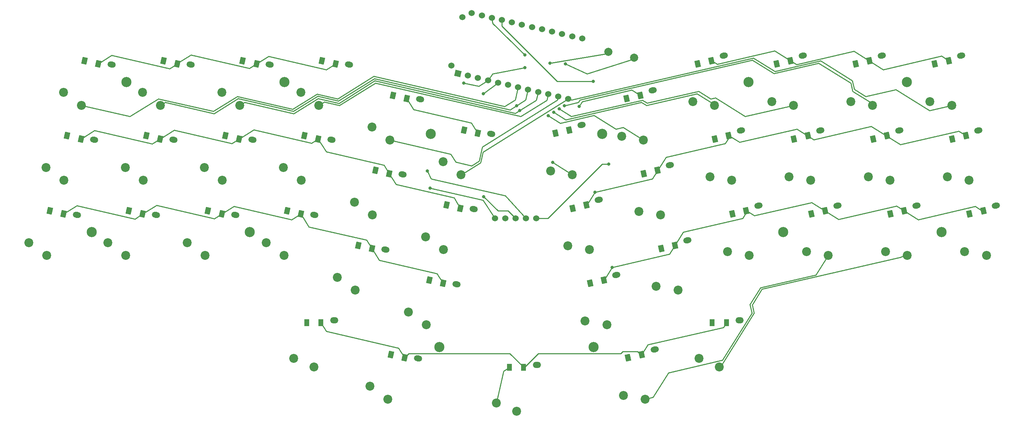
<source format=gtl>
G04 #@! TF.GenerationSoftware,KiCad,Pcbnew,(6.0.8-1)-1*
G04 #@! TF.CreationDate,2023-02-22T13:24:54+02:00*
G04 #@! TF.ProjectId,r41l2,7234316c-322e-46b6-9963-61645f706362,rev?*
G04 #@! TF.SameCoordinates,Original*
G04 #@! TF.FileFunction,Copper,L1,Top*
G04 #@! TF.FilePolarity,Positive*
%FSLAX46Y46*%
G04 Gerber Fmt 4.6, Leading zero omitted, Abs format (unit mm)*
G04 Created by KiCad (PCBNEW (6.0.8-1)-1) date 2023-02-22 13:24:54*
%MOMM*%
%LPD*%
G01*
G04 APERTURE LIST*
G04 Aperture macros list*
%AMHorizOval*
0 Thick line with rounded ends*
0 $1 width*
0 $2 $3 position (X,Y) of the first rounded end (center of the circle)*
0 $4 $5 position (X,Y) of the second rounded end (center of the circle)*
0 Add line between two ends*
20,1,$1,$2,$3,$4,$5,0*
0 Add two circle primitives to create the rounded ends*
1,1,$1,$2,$3*
1,1,$1,$4,$5*%
%AMRotRect*
0 Rectangle, with rotation*
0 The origin of the aperture is its center*
0 $1 length*
0 $2 width*
0 $3 Rotation angle, in degrees counterclockwise*
0 Add horizontal line*
21,1,$1,$2,0,0,$3*%
G04 Aperture macros list end*
G04 #@! TA.AperFunction,ComponentPad*
%ADD10R,1.300000X1.700000*%
G04 #@! TD*
G04 #@! TA.AperFunction,ComponentPad*
%ADD11C,2.500000*%
G04 #@! TD*
G04 #@! TA.AperFunction,ComponentPad*
%ADD12O,2.000000X1.500000*%
G04 #@! TD*
G04 #@! TA.AperFunction,ComponentPad*
%ADD13C,2.200000*%
G04 #@! TD*
G04 #@! TA.AperFunction,ComponentPad*
%ADD14C,1.524000*%
G04 #@! TD*
G04 #@! TA.AperFunction,ComponentPad*
%ADD15RotRect,1.524000X1.524000X347.000000*%
G04 #@! TD*
G04 #@! TA.AperFunction,ComponentPad*
%ADD16HorizOval,1.500000X0.243593X-0.056238X-0.243593X0.056238X0*%
G04 #@! TD*
G04 #@! TA.AperFunction,ComponentPad*
%ADD17RotRect,1.300000X1.700000X167.000000*%
G04 #@! TD*
G04 #@! TA.AperFunction,ComponentPad*
%ADD18RotRect,1.300000X1.700000X193.000000*%
G04 #@! TD*
G04 #@! TA.AperFunction,ComponentPad*
%ADD19HorizOval,1.500000X0.243593X0.056238X-0.243593X-0.056238X0*%
G04 #@! TD*
G04 #@! TA.AperFunction,ComponentPad*
%ADD20C,2.000000*%
G04 #@! TD*
G04 #@! TA.AperFunction,ViaPad*
%ADD21C,0.800000*%
G04 #@! TD*
G04 #@! TA.AperFunction,Conductor*
%ADD22C,0.250000*%
G04 #@! TD*
G04 APERTURE END LIST*
D10*
X147707283Y-71310418D03*
X144207283Y-71310418D03*
D11*
X80226390Y-37992954D03*
X167100724Y-13789101D03*
X88774530Y-966891D03*
X124813846Y-13789101D03*
X211688180Y-37992954D03*
X164957284Y-66310642D03*
X41226834Y-37992954D03*
X126957285Y-66310642D03*
X49774974Y-966891D03*
X250687736Y-37992954D03*
X242139596Y-966891D03*
X203140040Y-966891D03*
D12*
X150957285Y-70760419D03*
D13*
X140957285Y-80110419D03*
X145957285Y-82210419D03*
D10*
X197673144Y-60326672D03*
X194173144Y-60326672D03*
D12*
X200923139Y-59776673D03*
D13*
X190923139Y-69126673D03*
X195923139Y-71226673D03*
D12*
X100991426Y-59776672D03*
D13*
X90991426Y-69126672D03*
X95991426Y-71226672D03*
D10*
X97741427Y-60326673D03*
X94241427Y-60326673D03*
D14*
X129849345Y3115159D03*
D15*
X131486440Y1173118D03*
D14*
X133961340Y601742D03*
X136436240Y30367D03*
X138911140Y-541009D03*
X141386040Y-1112385D03*
X143860940Y-1683760D03*
X146335840Y-2255136D03*
X148810740Y-2826512D03*
X151285640Y-3397887D03*
X153760540Y-3969263D03*
X156235440Y-4540639D03*
X158710340Y-5112014D03*
X162138594Y9737385D03*
X159663694Y10308761D03*
X157188794Y10880137D03*
X154713894Y11451512D03*
X152238994Y12022888D03*
X149764094Y12594264D03*
X147289194Y13165639D03*
X144814294Y13737015D03*
X142339394Y14308391D03*
X139864494Y14879766D03*
X137389594Y15451142D03*
X134914694Y16022518D03*
X132591949Y14994678D03*
D16*
X135423244Y-32293200D03*
D13*
X123576251Y-39154050D03*
X127975704Y-42324982D03*
D17*
X132132824Y-32098013D03*
X128722528Y-31310685D03*
X127858752Y-50611044D03*
X124448456Y-49823716D03*
D16*
X131149174Y-50806229D03*
D13*
X119302181Y-57667079D03*
X123701634Y-60838011D03*
D16*
X139697315Y-13780171D03*
D13*
X127850322Y-20641021D03*
X132249775Y-23811953D03*
D17*
X136406895Y-13584982D03*
X132996599Y-12797654D03*
X114606534Y-23549872D03*
X111196238Y-22762544D03*
D16*
X117896962Y-23745058D03*
D13*
X106049969Y-30605908D03*
X110449422Y-33776840D03*
D17*
X110332467Y-42062908D03*
X106922171Y-41275580D03*
D16*
X113622893Y-42258094D03*
D13*
X101775900Y-49118944D03*
X106175353Y-52289876D03*
D17*
X118880605Y-5036840D03*
X115470309Y-4249512D03*
D16*
X122171032Y-5232032D03*
D13*
X110324039Y-12092882D03*
X114723492Y-15263814D03*
D16*
X96096607Y-33709953D03*
D13*
X84249614Y-40570803D03*
X88649067Y-43741735D03*
D17*
X92806181Y-33514765D03*
X89395885Y-32727437D03*
D16*
X104644748Y3316109D03*
D13*
X92797755Y-3544741D03*
X97197208Y-6715673D03*
D17*
X101354322Y3511298D03*
X97944026Y4298626D03*
D16*
X100370678Y-15196922D03*
D13*
X88523685Y-22057772D03*
X92923138Y-25228704D03*
D17*
X97080251Y-15001730D03*
X93669955Y-14214402D03*
D16*
X85144971Y3316110D03*
D13*
X73297978Y-3544740D03*
X77697431Y-6715672D03*
D17*
X81854544Y3511296D03*
X78444248Y4298624D03*
D16*
X80870896Y-15196920D03*
D13*
X69023903Y-22057770D03*
X73423356Y-25228702D03*
D17*
X77580474Y-15001733D03*
X74170178Y-14214405D03*
D16*
X76596827Y-33709951D03*
D13*
X64749834Y-40570801D03*
X69149287Y-43741733D03*
D17*
X73306404Y-33514764D03*
X69896108Y-32727436D03*
D16*
X61371121Y-15196921D03*
D13*
X49524128Y-22057771D03*
X53923581Y-25228703D03*
D17*
X58080696Y-15001733D03*
X54670400Y-14214405D03*
D16*
X65645193Y3316113D03*
D13*
X53798200Y-3544737D03*
X58197653Y-6715669D03*
D17*
X62354766Y3511297D03*
X58944470Y4298625D03*
X53806627Y-33514765D03*
X50396331Y-32727437D03*
D16*
X57097050Y-33709949D03*
D13*
X45250057Y-40570799D03*
X49649510Y-43741731D03*
D16*
X41871339Y-15196920D03*
D13*
X30024346Y-22057770D03*
X34423799Y-25228702D03*
D17*
X34306847Y-33514765D03*
X30896551Y-32727437D03*
D16*
X37597270Y-33709949D03*
D13*
X25750277Y-40570799D03*
X30149730Y-43741731D03*
D16*
X46145409Y3316108D03*
D13*
X34298416Y-3544742D03*
X38697869Y-6715674D03*
D17*
X42854989Y3511298D03*
X39444693Y4298626D03*
X118393637Y-68951933D03*
X114983341Y-68164605D03*
D16*
X121684065Y-69147121D03*
D13*
X109837072Y-76007971D03*
X114236525Y-79178903D03*
D18*
X176836986Y-68186362D03*
X173426690Y-68973690D03*
D19*
X179974207Y-66897609D03*
D13*
X172333799Y-78257480D03*
X177678046Y-79178901D03*
D17*
X38580918Y-15001733D03*
X35170622Y-14214405D03*
D19*
X264060997Y-31460446D03*
D13*
X256420589Y-42820317D03*
X261764836Y-43741738D03*
D18*
X261018018Y-32727437D03*
X257607722Y-33514765D03*
D19*
X236013079Y5565622D03*
D13*
X228372671Y-5794249D03*
X233716918Y-6715670D03*
D18*
X232970102Y4298626D03*
X229559806Y3511298D03*
D19*
X244561220Y-31460444D03*
D13*
X236920812Y-42820315D03*
X242265059Y-43741736D03*
D18*
X241518240Y-32727436D03*
X238107944Y-33514764D03*
D19*
X240287150Y-12947412D03*
D13*
X232646742Y-24307283D03*
X237990989Y-25228704D03*
D18*
X237244169Y-14214403D03*
X233833873Y-15001731D03*
D19*
X255512857Y5565619D03*
D13*
X247872449Y-5794252D03*
X253216696Y-6715673D03*
D18*
X252469878Y4298625D03*
X249059582Y3511297D03*
D19*
X259786928Y-12947408D03*
D13*
X252146520Y-24307279D03*
X257490767Y-25228700D03*
D18*
X256743947Y-14214405D03*
X253333651Y-15001733D03*
D19*
X220787371Y-12947411D03*
D13*
X213146963Y-24307282D03*
X218491210Y-25228703D03*
D18*
X217744392Y-14214407D03*
X214334096Y-15001735D03*
D19*
X225061442Y-31460442D03*
D13*
X217421034Y-42820313D03*
X222765281Y-43741734D03*
D18*
X222018461Y-32727436D03*
X218608165Y-33514764D03*
X213470322Y4298624D03*
X210060026Y3511296D03*
D19*
X216513302Y5565620D03*
D13*
X208872894Y-5794251D03*
X214217141Y-6715672D03*
D19*
X197013523Y5565617D03*
D13*
X189373115Y-5794254D03*
X194717362Y-6715675D03*
D18*
X193970546Y4298628D03*
X190560250Y3511300D03*
D19*
X201287592Y-12947411D03*
D13*
X193647184Y-24307282D03*
X198991431Y-25228703D03*
D18*
X198244614Y-14214403D03*
X194834318Y-15001731D03*
D19*
X205561663Y-31460444D03*
D13*
X197921255Y-42820315D03*
X203265502Y-43741736D03*
D18*
X202518683Y-32727437D03*
X199108387Y-33514765D03*
X184992401Y-41275577D03*
X181582105Y-42062905D03*
D19*
X188035377Y-40008582D03*
D13*
X180394969Y-51368453D03*
X185739216Y-52289874D03*
D19*
X179487237Y-2982521D03*
D13*
X171846829Y-14342392D03*
X177191076Y-15263813D03*
D18*
X176444258Y-4249515D03*
X173033962Y-5036843D03*
X180718329Y-22762544D03*
X177308033Y-23549872D03*
D19*
X183761308Y-21495548D03*
D13*
X176120900Y-32855419D03*
X181465147Y-33776840D03*
D18*
X163192045Y-31310687D03*
X159781749Y-32098015D03*
D19*
X166235026Y-30043691D03*
D13*
X158594618Y-41403562D03*
X163938865Y-42324983D03*
D18*
X167466117Y-49823716D03*
X164055821Y-50611044D03*
D19*
X170509095Y-48556724D03*
D13*
X162868687Y-59916595D03*
X168212934Y-60838016D03*
D18*
X158917976Y-12797654D03*
X155507680Y-13584982D03*
D19*
X161960954Y-11530657D03*
D13*
X154320546Y-22890528D03*
X159664793Y-23811949D03*
D20*
X174900000Y5000000D03*
X168566594Y6462182D03*
D14*
X150813654Y-34630174D03*
X148273654Y-34630174D03*
X145733654Y-34630174D03*
X143193654Y-34630174D03*
X140653654Y-34630174D03*
D21*
X147973654Y5669826D03*
X154864471Y-20801119D03*
X145976892Y-6802444D03*
X153739090Y-9258434D03*
X155088170Y-8433825D03*
X146726310Y-8001763D03*
X156437248Y-7609213D03*
X157786329Y-6784603D03*
X154173654Y3669826D03*
X147973654Y2569826D03*
X124673654Y-27130174D03*
X132973654Y-1230174D03*
X161421575Y-6971643D03*
X165283652Y-28145550D03*
X169557722Y-46658578D03*
X168673654Y-21230174D03*
X164873654Y-830174D03*
X123973654Y-22930174D03*
X137773654Y-3830174D03*
X137873654Y-29230174D03*
X157973654Y3469826D03*
D22*
X147973654Y5669826D02*
X140073654Y13469826D01*
X140073654Y13469826D02*
X139864494Y14879766D01*
X50658666Y-9477040D02*
X38697871Y-6715673D01*
X110762501Y429436D02*
X101903718Y-5106147D01*
X159664793Y-23811953D02*
X154867510Y-20814277D01*
X142978760Y-7008273D02*
X110762501Y429436D01*
X154867510Y-20814277D02*
X154864471Y-20801119D01*
X145619445Y-5358190D02*
X142978760Y-7008273D01*
X101903718Y-5106147D02*
X96745495Y-3915276D01*
X90777560Y-7644456D02*
X77179162Y-4505019D01*
X96745495Y-3915276D02*
X90777560Y-7644456D01*
X146335842Y-2255138D02*
X145619445Y-5358190D01*
X71242504Y-8214653D02*
X57687158Y-5085151D01*
X57687158Y-5085151D02*
X50658666Y-9477040D01*
X77179162Y-4505019D02*
X71242504Y-8214653D01*
X156737392Y-11131984D02*
X153739090Y-9258434D01*
X59365661Y-5985816D02*
X58197652Y-6715671D01*
X165019537Y-9219902D02*
X156737392Y-11131984D01*
X77281607Y-5066357D02*
X71373621Y-8758076D01*
X148215816Y-5403407D02*
X144327839Y-7832884D01*
X96919390Y-4468575D02*
X90922784Y-8215670D01*
X172241471Y-12170952D02*
X170416482Y-12592283D01*
X110893615Y-113987D02*
X102034833Y-5649569D01*
X144327839Y-7832884D02*
X110893615Y-113987D01*
X170416482Y-12592283D02*
X165019537Y-9219902D01*
X148810740Y-2826513D02*
X148215816Y-5403407D01*
X71373621Y-8758076D02*
X59365661Y-5985816D01*
X90922784Y-8215670D02*
X77281607Y-5066357D01*
X102034833Y-5649569D02*
X96919390Y-4468575D01*
X177191076Y-15263808D02*
X172241471Y-12170952D01*
X177948607Y-6748142D02*
X176749286Y-5998723D01*
X158086471Y-10307371D02*
X155088170Y-8433825D01*
X111024733Y-657409D02*
X145676917Y-8657497D01*
X147206039Y-7701995D02*
X146726310Y-8001763D01*
X150812191Y-5448621D02*
X147206039Y-7701995D01*
X151285643Y-3397885D02*
X150812191Y-5448621D01*
X176749286Y-5998723D02*
X158086471Y-10307371D01*
X91053904Y-8759093D02*
X97050509Y-5011999D01*
X145676917Y-8657497D02*
X146726310Y-8001763D01*
X97050509Y-5011999D02*
X102165950Y-6192991D01*
X77697429Y-6715670D02*
X78912945Y-5956132D01*
X190465633Y-3858357D02*
X177948607Y-6748142D01*
X194663257Y-6481320D02*
X190465633Y-3858357D01*
X102165950Y-6192991D02*
X111024733Y-657409D01*
X78912945Y-5956132D02*
X91053904Y-8759093D01*
X194717362Y-6715674D02*
X194663257Y-6481320D01*
X147025997Y-9482107D02*
X111155852Y-1200833D01*
X193838647Y-5132244D02*
X190840344Y-3258695D01*
X98548854Y-5871071D02*
X97197208Y-6715674D01*
X214217142Y-6715674D02*
X202311051Y-9464410D01*
X196712889Y-69581861D02*
X183428910Y-72648709D01*
X206123385Y-51675179D02*
X203500420Y-55872800D01*
X222752123Y-43744771D02*
X219764566Y-48525863D01*
X190840344Y-3258695D02*
X178173534Y-6183062D01*
X176974213Y-5433643D02*
X159435552Y-9482760D01*
X111155852Y-1200833D02*
X102297070Y-6736415D01*
X153408564Y-5493838D02*
X147025997Y-9482107D01*
X203500420Y-55872800D02*
X203980331Y-57951524D01*
X222765281Y-43741733D02*
X222752123Y-43744771D01*
X153760540Y-3969264D02*
X153408564Y-5493838D01*
X219764566Y-48525863D02*
X206123385Y-51675179D01*
X102297070Y-6736415D02*
X98548854Y-5871071D01*
X179629983Y-78728262D02*
X177678048Y-79178901D01*
X178173534Y-6183062D02*
X176974213Y-5433643D01*
X203980331Y-57951524D02*
X196712889Y-69581861D01*
X159435552Y-9482760D02*
X156437248Y-7609213D01*
X194962801Y-4872712D02*
X193838647Y-5132244D01*
X202311051Y-9464410D02*
X194962801Y-4872712D01*
X183428910Y-72648709D02*
X179629983Y-78728262D01*
X130960268Y-20718705D02*
X129714286Y-18724710D01*
X161196623Y-5997271D02*
X157786329Y-6784603D01*
X134857748Y-21618508D02*
X130960268Y-20718705D01*
X220438725Y3677240D02*
X209378278Y1123733D01*
X129714286Y-18724710D02*
X114723493Y-15263813D01*
X195923140Y-71226672D02*
X196275563Y-71145309D01*
X228805638Y-3224233D02*
X228354219Y-1268914D01*
X196275563Y-71145309D02*
X204500624Y-57982458D01*
X156235440Y-4540639D02*
X156037040Y-5400011D01*
X206406237Y-52071723D02*
X240711816Y-44151656D01*
X233716919Y-6715674D02*
X233602925Y-6221909D01*
X240711816Y-44151656D02*
X240749296Y-44091677D01*
X204018290Y-55893240D02*
X206406237Y-52071723D01*
X233602925Y-6221909D02*
X228805638Y-3224233D01*
X156037040Y-5400011D02*
X137521791Y-16969622D01*
X204500624Y-57982458D02*
X204018290Y-55893240D01*
X209378278Y1123733D02*
X204101242Y4421191D01*
X136716684Y-20456915D02*
X134857748Y-21618508D01*
X240749296Y-44091677D02*
X242265060Y-43741736D01*
X228354219Y-1268914D02*
X220438725Y3677240D01*
X204101242Y4421191D02*
X161571332Y-5397609D01*
X161571332Y-5397609D02*
X161196623Y-5997271D01*
X137521791Y-16969622D02*
X136716684Y-20456915D01*
X132321702Y-23828561D02*
X132249777Y-23811952D01*
X228728930Y-669254D02*
X229213081Y-2766342D01*
X137688520Y-18247906D02*
X137087677Y-20850445D01*
X209668131Y1652498D02*
X220873386Y4239434D01*
X232028786Y-4525790D02*
X239484909Y-2804408D01*
X158910456Y-4985618D02*
X159510117Y-5360326D01*
X229213081Y-2766342D02*
X232028786Y-4525790D01*
X204331140Y4987420D02*
X209668131Y1652498D01*
X239484909Y-2804408D02*
X247760224Y-7975400D01*
X158710341Y-5112012D02*
X137688520Y-18247906D01*
X159510117Y-5360326D02*
X204331140Y4987420D01*
X220873386Y4239434D02*
X228728930Y-669254D01*
X247760224Y-7975400D02*
X253216696Y-6715672D01*
X137087677Y-20850445D02*
X132321702Y-23828561D01*
X137673654Y-30130174D02*
X124673654Y-27130174D01*
X167906951Y6000917D02*
X154173654Y3669826D01*
X140653654Y-34630174D02*
X137673654Y-30130174D01*
X136673654Y-2030174D02*
X132973654Y-1230174D01*
X140073654Y1069826D02*
X138911140Y-541009D01*
X147973654Y2569826D02*
X140073654Y1069826D01*
X138911140Y-541009D02*
X136673654Y-2030174D01*
X176444257Y-4249514D02*
X174373022Y-2955260D01*
X236298938Y2104726D02*
X229103011Y6601240D01*
X174373022Y-2955260D02*
X162170994Y-5772321D01*
X229103011Y6601240D02*
X214974645Y3339450D01*
X195449335Y3450047D02*
X194250012Y4199467D01*
X252469877Y4298625D02*
X250670897Y5422754D01*
X209577701Y6711833D02*
X195449335Y3450047D01*
X214974645Y3339450D02*
X209577701Y6711833D01*
X250670897Y5422754D02*
X236298938Y2104726D01*
X162170994Y-5772321D02*
X161421575Y-6971643D01*
X254944965Y-13090276D02*
X240573008Y-16408306D01*
X197399955Y-16112549D02*
X182784405Y-19486815D01*
X179412016Y-24883760D02*
X165283652Y-28145550D01*
X240573008Y-16408306D02*
X233377081Y-11911789D01*
X165283652Y-28145550D02*
X163410105Y-31143852D01*
X198524083Y-14313569D02*
X197399955Y-16112549D01*
X256743947Y-14214403D02*
X254944965Y-13090276D01*
X200922724Y-15812404D02*
X198524083Y-14313569D01*
X215051091Y-12550615D02*
X200922724Y-15812404D01*
X233377081Y-11911789D02*
X219248716Y-15173582D01*
X219248716Y-15173582D02*
X215051091Y-12550615D01*
X182784405Y-19486815D02*
X179412016Y-24883760D01*
X258975445Y-31659547D02*
X260774426Y-32783675D01*
X239583130Y-31518246D02*
X225321766Y-34810739D01*
X183686088Y-43396788D02*
X169557722Y-46658578D01*
X169557722Y-46658578D02*
X167684174Y-49656885D01*
X201674024Y-34625579D02*
X187058473Y-37999845D01*
X202798154Y-32826595D02*
X201674024Y-34625579D01*
X241518238Y-32727438D02*
X239583130Y-31518246D01*
X241518238Y-32727438D02*
X244980076Y-34890630D01*
X204597134Y-33950724D02*
X202798154Y-32826595D01*
X244980076Y-34890630D02*
X258975445Y-31659547D01*
X218725502Y-30688937D02*
X204597134Y-33950724D01*
X225321766Y-34810739D02*
X218725502Y-30688937D01*
X187058473Y-37999845D02*
X183686088Y-43396788D01*
X196945360Y-61491372D02*
X178335822Y-65787723D01*
X151302142Y-67931820D02*
X171652262Y-67931822D01*
X171652262Y-67931822D02*
X172152261Y-67431818D01*
X147802142Y-71431822D02*
X151302142Y-67931820D01*
X118393638Y-68951936D02*
X119402314Y-67943261D01*
X175802144Y-67431821D02*
X176802144Y-68431821D01*
X172152261Y-67431818D02*
X175802144Y-67431821D01*
X178335822Y-65787723D02*
X176836985Y-68186363D01*
X97741424Y-60326672D02*
X99059249Y-62435630D01*
X197673145Y-60326673D02*
X196945360Y-61491372D01*
X99059249Y-62435630D02*
X116894799Y-66553292D01*
X144313582Y-67943261D02*
X147802142Y-71431822D01*
X116894799Y-66553292D02*
X118393637Y-68951935D01*
X119402314Y-67943261D02*
X144313582Y-67943261D01*
X140957288Y-80110418D02*
X142770997Y-72254369D01*
X142770997Y-72254369D02*
X144501706Y-71172903D01*
X62354764Y3511298D02*
X62385469Y3644297D01*
X42860163Y3533703D02*
X46195065Y5617582D01*
X118880609Y-5036843D02*
X120565310Y-7732931D01*
X42854988Y3511297D02*
X42860163Y3533703D01*
X46195065Y5617582D02*
X60456430Y2325086D01*
X134804273Y-11020256D02*
X136406889Y-13584981D01*
X80092338Y2410148D02*
X84852848Y5384846D01*
X60456430Y2325086D02*
X62354764Y3511298D01*
X120565310Y-7732931D02*
X134804273Y-11020256D01*
X62385469Y3644297D02*
X65720377Y5728177D01*
X99091809Y2097523D02*
X101354321Y3511297D01*
X65720377Y5728177D02*
X80092338Y2410148D01*
X84852848Y5384846D02*
X99091809Y2097523D01*
X116291241Y-26245962D02*
X130530200Y-29533287D01*
X56145587Y-16210922D02*
X58080695Y-15001734D01*
X41906626Y-12923600D02*
X56145587Y-16210922D01*
X113293561Y-21448679D02*
X114606539Y-23549873D01*
X38580919Y-15001734D02*
X41906626Y-12923600D01*
X114606539Y-23549873D02*
X116291241Y-26245962D01*
X97080252Y-15001733D02*
X99054603Y-18161357D01*
X61542533Y-12838538D02*
X75781492Y-16125862D01*
X99054603Y-18161357D02*
X113293561Y-21448679D01*
X130530200Y-29533287D02*
X132132819Y-32098012D01*
X95417396Y-16040800D02*
X97080253Y-15001732D01*
X75781492Y-16125862D02*
X77580473Y-15001733D01*
X81178438Y-12753477D02*
X95417396Y-16040800D01*
X58080695Y-15001734D02*
X61542533Y-12838538D01*
X77580473Y-15001733D02*
X81178438Y-12753477D01*
X76304708Y-31641215D02*
X90543670Y-34928539D01*
X51871518Y-34723955D02*
X53806626Y-33514765D01*
X92806181Y-33514763D02*
X94780531Y-36674387D01*
X109019492Y-39961709D02*
X110332465Y-42062905D01*
X90543670Y-34928539D02*
X92806181Y-33514764D01*
X71507423Y-34638891D02*
X73306404Y-33514767D01*
X57268461Y-31351569D02*
X71507423Y-34638891D01*
X94780531Y-36674387D02*
X109019492Y-39961709D01*
X112120949Y-44925081D02*
X126359910Y-48212401D01*
X73306404Y-33514767D02*
X76304708Y-31641215D01*
X126359910Y-48212401D02*
X127858747Y-50611043D01*
X37632557Y-31436632D02*
X51871518Y-34723955D01*
X110332465Y-42062905D02*
X112120949Y-44925081D01*
X53806626Y-33514765D02*
X57268461Y-31351569D01*
X34306847Y-33514763D02*
X37632557Y-31436632D01*
X142339394Y14308391D02*
X142339394Y12804086D01*
X168673654Y-21230174D02*
X167073654Y-21230174D01*
X142339394Y12804086D02*
X153473654Y1669826D01*
X153673654Y-34630174D02*
X150813654Y-34630174D01*
X153473654Y1669826D02*
X155973654Y-830174D01*
X155973654Y-830174D02*
X164873654Y-830174D01*
X167073654Y-21230174D02*
X153673654Y-34630174D01*
X143173654Y-29030174D02*
X124873654Y-24830174D01*
X148273654Y-34630174D02*
X143173654Y-29030174D01*
X141386040Y-1112385D02*
X137773654Y-3830174D01*
X124873654Y-24830174D02*
X123973654Y-22930174D01*
X143833654Y-32730174D02*
X145733654Y-34630174D01*
X141373654Y-32730174D02*
X143833654Y-32730174D01*
X137873654Y-29230174D02*
X141373654Y-32730174D01*
X163373654Y1069826D02*
X157973654Y3469826D01*
X174240357Y4538735D02*
X163373654Y1069826D01*
M02*

</source>
